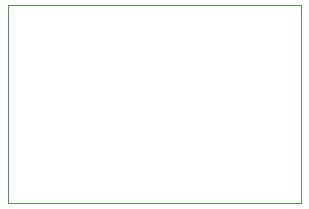
<source format=gbr>
%TF.GenerationSoftware,KiCad,Pcbnew,7.0.0-da2b9df05c~163~ubuntu22.04.1*%
%TF.CreationDate,2023-02-21T15:24:57+01:00*%
%TF.ProjectId,BaSe_PWR_V4_0,42615365-5f50-4575-925f-56345f302e6b,rev?*%
%TF.SameCoordinates,Original*%
%TF.FileFunction,Profile,NP*%
%FSLAX46Y46*%
G04 Gerber Fmt 4.6, Leading zero omitted, Abs format (unit mm)*
G04 Created by KiCad (PCBNEW 7.0.0-da2b9df05c~163~ubuntu22.04.1) date 2023-02-21 15:24:57*
%MOMM*%
%LPD*%
G01*
G04 APERTURE LIST*
%TA.AperFunction,Profile*%
%ADD10C,0.100000*%
%TD*%
G04 APERTURE END LIST*
D10*
X96200000Y-35200000D02*
X121000000Y-35200000D01*
X121000000Y-52000000D02*
X96200000Y-52000000D01*
X96200000Y-52000000D02*
X96200000Y-35200000D01*
X121000000Y-35200000D02*
X121000000Y-52000000D01*
M02*

</source>
